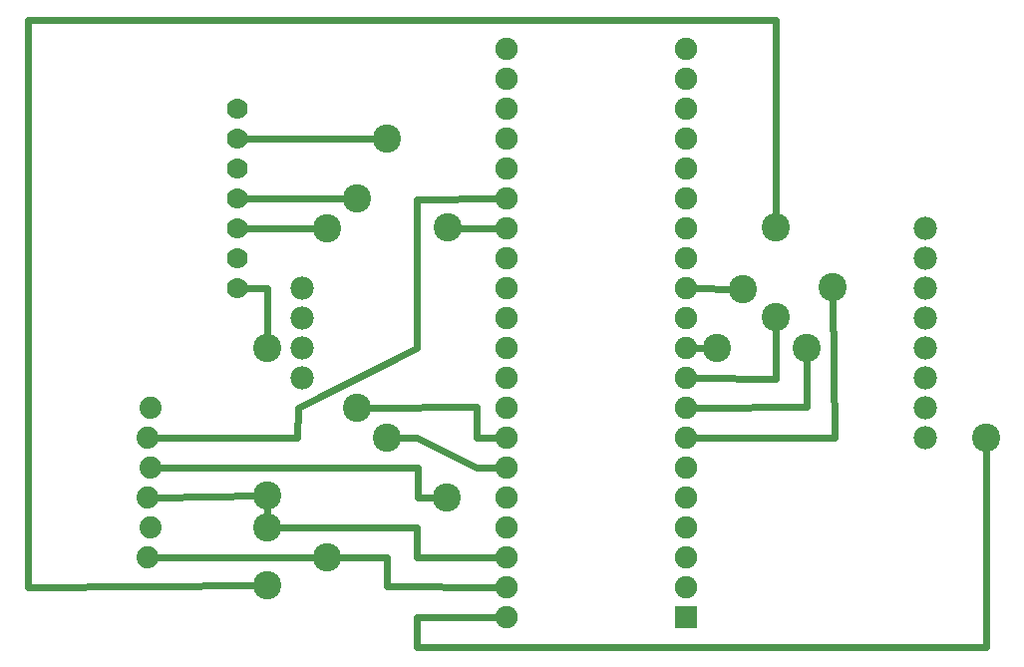
<source format=gbl>
G04 MADE WITH FRITZING*
G04 WWW.FRITZING.ORG*
G04 DOUBLE SIDED*
G04 HOLES PLATED*
G04 CONTOUR ON CENTER OF CONTOUR VECTOR*
%ASAXBY*%
%FSLAX23Y23*%
%MOIN*%
%OFA0B0*%
%SFA1.0B1.0*%
%ADD10C,0.094488*%
%ADD11C,0.075000*%
%ADD12C,0.078000*%
%ADD13C,0.070000*%
%ADD14C,0.074000*%
%ADD15R,0.075000X0.075000*%
%ADD16C,0.024000*%
%LNCOPPER0*%
G90*
G70*
G54D10*
X1500Y1602D03*
X2400Y1200D03*
X2488Y1397D03*
X2597Y1302D03*
X2699Y1200D03*
X2597Y1602D03*
X2788Y1404D03*
X3299Y900D03*
G54D11*
X2297Y299D03*
X1697Y299D03*
X2297Y399D03*
X1697Y399D03*
X2297Y499D03*
X1697Y499D03*
X2297Y599D03*
X1697Y599D03*
X2297Y699D03*
X1697Y699D03*
X2297Y799D03*
X1697Y799D03*
X2297Y899D03*
X1697Y899D03*
X2297Y999D03*
X1697Y999D03*
X2297Y1099D03*
X1697Y1099D03*
X2297Y1199D03*
X1697Y1199D03*
X2297Y1299D03*
X1697Y1299D03*
X2297Y1399D03*
X1697Y1399D03*
X2297Y1499D03*
X1697Y1499D03*
X2297Y1599D03*
X1697Y1599D03*
X2297Y1699D03*
X1697Y1699D03*
X2297Y1799D03*
X1697Y1799D03*
X2297Y1899D03*
X1697Y1899D03*
X2297Y1999D03*
X1697Y1999D03*
X2297Y2099D03*
X1697Y2099D03*
X2297Y2199D03*
X1697Y2199D03*
G54D10*
X898Y407D03*
X1498Y698D03*
G54D12*
X3097Y1499D03*
X3097Y1099D03*
X1012Y1099D03*
X3097Y1299D03*
X3097Y899D03*
X1012Y1199D03*
X3097Y1599D03*
X3097Y1399D03*
X3097Y1199D03*
X3097Y999D03*
X1012Y1299D03*
X1012Y1399D03*
G54D13*
X797Y1399D03*
X797Y1499D03*
X797Y1599D03*
X797Y1699D03*
X797Y1799D03*
X797Y1899D03*
X797Y1999D03*
G54D14*
X497Y499D03*
X507Y599D03*
X497Y699D03*
X507Y799D03*
X497Y899D03*
X507Y999D03*
G54D10*
X1097Y1599D03*
X897Y1199D03*
X897Y707D03*
X897Y599D03*
X1097Y499D03*
X1297Y899D03*
X1197Y999D03*
X1197Y1699D03*
X1297Y1899D03*
G54D15*
X2297Y299D03*
G54D16*
X2597Y2297D02*
X2597Y1628D01*
D02*
X97Y2297D02*
X2597Y2297D01*
D02*
X98Y400D02*
X97Y2297D01*
D02*
X871Y407D02*
X98Y400D01*
D02*
X828Y1599D02*
X1071Y1599D01*
D02*
X2788Y1377D02*
X2795Y900D01*
D02*
X2795Y900D02*
X2326Y899D01*
D02*
X2597Y1097D02*
X2597Y1275D01*
D02*
X2326Y1099D02*
X2597Y1097D01*
D02*
X2326Y999D02*
X2699Y1002D01*
D02*
X2699Y1002D02*
X2699Y1173D01*
D02*
X2461Y1397D02*
X2326Y1399D01*
D02*
X2373Y1199D02*
X2326Y1199D01*
D02*
X3299Y198D02*
X3299Y873D01*
D02*
X1398Y198D02*
X3299Y198D01*
D02*
X1398Y300D02*
X1398Y198D01*
D02*
X1398Y300D02*
X1669Y299D01*
D02*
X1296Y402D02*
X1669Y399D01*
D02*
X1296Y498D02*
X1296Y402D01*
D02*
X1124Y499D02*
X1296Y498D01*
D02*
X1398Y498D02*
X1669Y499D01*
D02*
X1398Y600D02*
X1398Y498D01*
D02*
X924Y599D02*
X1398Y600D01*
D02*
X1398Y900D02*
X1596Y798D01*
D02*
X1596Y798D02*
X1669Y799D01*
D02*
X1324Y899D02*
X1398Y900D01*
D02*
X1596Y900D02*
X1669Y899D01*
D02*
X1596Y1002D02*
X1596Y900D01*
D02*
X1224Y999D02*
X1596Y1002D01*
D02*
X1527Y1601D02*
X1669Y1600D01*
D02*
X1398Y1697D02*
X1669Y1699D01*
D02*
X1398Y1697D02*
X1397Y1199D01*
D02*
X1397Y1199D02*
X999Y999D01*
D02*
X999Y999D02*
X997Y899D01*
D02*
X997Y899D02*
X529Y899D01*
D02*
X1271Y1899D02*
X828Y1899D01*
D02*
X1171Y1699D02*
X828Y1699D01*
D02*
X898Y1401D02*
X898Y1226D01*
D02*
X828Y1400D02*
X898Y1401D01*
D02*
X1399Y800D02*
X539Y799D01*
D02*
X1399Y698D02*
X1399Y800D01*
D02*
X1471Y698D02*
X1399Y698D01*
D02*
X871Y706D02*
X529Y700D01*
D02*
X1071Y499D02*
X529Y499D01*
D02*
X897Y680D02*
X897Y626D01*
G04 End of Copper0*
M02*
</source>
